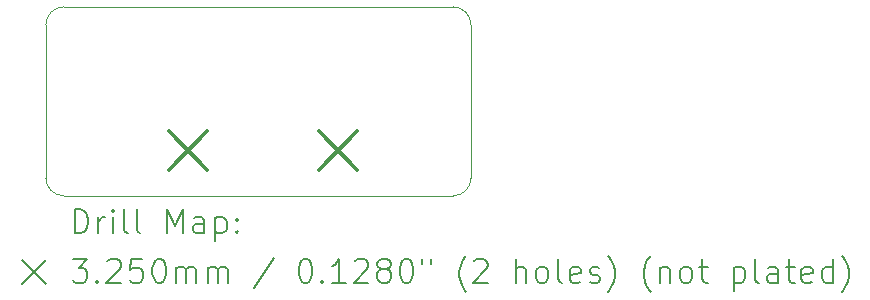
<source format=gbr>
%TF.GenerationSoftware,KiCad,Pcbnew,7.0.2-0*%
%TF.CreationDate,2023-08-07T23:17:59+03:00*%
%TF.ProjectId,RJ45_Module,524a3435-5f4d-46f6-9475-6c652e6b6963,1.0*%
%TF.SameCoordinates,Original*%
%TF.FileFunction,Drillmap*%
%TF.FilePolarity,Positive*%
%FSLAX45Y45*%
G04 Gerber Fmt 4.5, Leading zero omitted, Abs format (unit mm)*
G04 Created by KiCad (PCBNEW 7.0.2-0) date 2023-08-07 23:17:59*
%MOMM*%
%LPD*%
G01*
G04 APERTURE LIST*
%ADD10C,0.050000*%
%ADD11C,0.200000*%
%ADD12C,0.325000*%
G04 APERTURE END LIST*
D10*
X22518500Y-9179600D02*
X19223300Y-9179600D01*
X22518800Y-9179600D02*
G75*
G03*
X22671200Y-9027200I0J152400D01*
G01*
X19070900Y-9027200D02*
G75*
G03*
X19223300Y-9179600I152400J0D01*
G01*
X19070900Y-9027200D02*
X19070900Y-7732000D01*
X22671200Y-7732000D02*
X22671200Y-9027200D01*
X22671200Y-7732000D02*
G75*
G03*
X22518800Y-7579600I-152400J0D01*
G01*
X19223300Y-7579600D02*
G75*
G03*
X19070900Y-7732000I0J-152400D01*
G01*
X19223200Y-7579600D02*
X22518500Y-7579600D01*
D11*
D12*
X20109860Y-8633620D02*
X20434860Y-8958620D01*
X20434860Y-8633620D02*
X20109860Y-8958620D01*
X21379860Y-8633620D02*
X21704860Y-8958620D01*
X21704860Y-8633620D02*
X21379860Y-8958620D01*
D11*
X19316019Y-9494624D02*
X19316019Y-9294624D01*
X19316019Y-9294624D02*
X19363638Y-9294624D01*
X19363638Y-9294624D02*
X19392210Y-9304148D01*
X19392210Y-9304148D02*
X19411257Y-9323195D01*
X19411257Y-9323195D02*
X19420781Y-9342243D01*
X19420781Y-9342243D02*
X19430305Y-9380338D01*
X19430305Y-9380338D02*
X19430305Y-9408910D01*
X19430305Y-9408910D02*
X19420781Y-9447005D01*
X19420781Y-9447005D02*
X19411257Y-9466052D01*
X19411257Y-9466052D02*
X19392210Y-9485100D01*
X19392210Y-9485100D02*
X19363638Y-9494624D01*
X19363638Y-9494624D02*
X19316019Y-9494624D01*
X19516019Y-9494624D02*
X19516019Y-9361290D01*
X19516019Y-9399386D02*
X19525543Y-9380338D01*
X19525543Y-9380338D02*
X19535067Y-9370814D01*
X19535067Y-9370814D02*
X19554114Y-9361290D01*
X19554114Y-9361290D02*
X19573162Y-9361290D01*
X19639829Y-9494624D02*
X19639829Y-9361290D01*
X19639829Y-9294624D02*
X19630305Y-9304148D01*
X19630305Y-9304148D02*
X19639829Y-9313671D01*
X19639829Y-9313671D02*
X19649352Y-9304148D01*
X19649352Y-9304148D02*
X19639829Y-9294624D01*
X19639829Y-9294624D02*
X19639829Y-9313671D01*
X19763638Y-9494624D02*
X19744590Y-9485100D01*
X19744590Y-9485100D02*
X19735067Y-9466052D01*
X19735067Y-9466052D02*
X19735067Y-9294624D01*
X19868400Y-9494624D02*
X19849352Y-9485100D01*
X19849352Y-9485100D02*
X19839829Y-9466052D01*
X19839829Y-9466052D02*
X19839829Y-9294624D01*
X20096971Y-9494624D02*
X20096971Y-9294624D01*
X20096971Y-9294624D02*
X20163638Y-9437481D01*
X20163638Y-9437481D02*
X20230305Y-9294624D01*
X20230305Y-9294624D02*
X20230305Y-9494624D01*
X20411257Y-9494624D02*
X20411257Y-9389862D01*
X20411257Y-9389862D02*
X20401733Y-9370814D01*
X20401733Y-9370814D02*
X20382686Y-9361290D01*
X20382686Y-9361290D02*
X20344590Y-9361290D01*
X20344590Y-9361290D02*
X20325543Y-9370814D01*
X20411257Y-9485100D02*
X20392210Y-9494624D01*
X20392210Y-9494624D02*
X20344590Y-9494624D01*
X20344590Y-9494624D02*
X20325543Y-9485100D01*
X20325543Y-9485100D02*
X20316019Y-9466052D01*
X20316019Y-9466052D02*
X20316019Y-9447005D01*
X20316019Y-9447005D02*
X20325543Y-9427957D01*
X20325543Y-9427957D02*
X20344590Y-9418433D01*
X20344590Y-9418433D02*
X20392210Y-9418433D01*
X20392210Y-9418433D02*
X20411257Y-9408910D01*
X20506495Y-9361290D02*
X20506495Y-9561290D01*
X20506495Y-9370814D02*
X20525543Y-9361290D01*
X20525543Y-9361290D02*
X20563638Y-9361290D01*
X20563638Y-9361290D02*
X20582686Y-9370814D01*
X20582686Y-9370814D02*
X20592210Y-9380338D01*
X20592210Y-9380338D02*
X20601733Y-9399386D01*
X20601733Y-9399386D02*
X20601733Y-9456529D01*
X20601733Y-9456529D02*
X20592210Y-9475576D01*
X20592210Y-9475576D02*
X20582686Y-9485100D01*
X20582686Y-9485100D02*
X20563638Y-9494624D01*
X20563638Y-9494624D02*
X20525543Y-9494624D01*
X20525543Y-9494624D02*
X20506495Y-9485100D01*
X20687448Y-9475576D02*
X20696971Y-9485100D01*
X20696971Y-9485100D02*
X20687448Y-9494624D01*
X20687448Y-9494624D02*
X20677924Y-9485100D01*
X20677924Y-9485100D02*
X20687448Y-9475576D01*
X20687448Y-9475576D02*
X20687448Y-9494624D01*
X20687448Y-9370814D02*
X20696971Y-9380338D01*
X20696971Y-9380338D02*
X20687448Y-9389862D01*
X20687448Y-9389862D02*
X20677924Y-9380338D01*
X20677924Y-9380338D02*
X20687448Y-9370814D01*
X20687448Y-9370814D02*
X20687448Y-9389862D01*
X18868400Y-9722100D02*
X19068400Y-9922100D01*
X19068400Y-9722100D02*
X18868400Y-9922100D01*
X19296971Y-9714624D02*
X19420781Y-9714624D01*
X19420781Y-9714624D02*
X19354114Y-9790814D01*
X19354114Y-9790814D02*
X19382686Y-9790814D01*
X19382686Y-9790814D02*
X19401733Y-9800338D01*
X19401733Y-9800338D02*
X19411257Y-9809862D01*
X19411257Y-9809862D02*
X19420781Y-9828910D01*
X19420781Y-9828910D02*
X19420781Y-9876529D01*
X19420781Y-9876529D02*
X19411257Y-9895576D01*
X19411257Y-9895576D02*
X19401733Y-9905100D01*
X19401733Y-9905100D02*
X19382686Y-9914624D01*
X19382686Y-9914624D02*
X19325543Y-9914624D01*
X19325543Y-9914624D02*
X19306495Y-9905100D01*
X19306495Y-9905100D02*
X19296971Y-9895576D01*
X19506495Y-9895576D02*
X19516019Y-9905100D01*
X19516019Y-9905100D02*
X19506495Y-9914624D01*
X19506495Y-9914624D02*
X19496971Y-9905100D01*
X19496971Y-9905100D02*
X19506495Y-9895576D01*
X19506495Y-9895576D02*
X19506495Y-9914624D01*
X19592210Y-9733671D02*
X19601733Y-9724148D01*
X19601733Y-9724148D02*
X19620781Y-9714624D01*
X19620781Y-9714624D02*
X19668400Y-9714624D01*
X19668400Y-9714624D02*
X19687448Y-9724148D01*
X19687448Y-9724148D02*
X19696971Y-9733671D01*
X19696971Y-9733671D02*
X19706495Y-9752719D01*
X19706495Y-9752719D02*
X19706495Y-9771767D01*
X19706495Y-9771767D02*
X19696971Y-9800338D01*
X19696971Y-9800338D02*
X19582686Y-9914624D01*
X19582686Y-9914624D02*
X19706495Y-9914624D01*
X19887448Y-9714624D02*
X19792210Y-9714624D01*
X19792210Y-9714624D02*
X19782686Y-9809862D01*
X19782686Y-9809862D02*
X19792210Y-9800338D01*
X19792210Y-9800338D02*
X19811257Y-9790814D01*
X19811257Y-9790814D02*
X19858876Y-9790814D01*
X19858876Y-9790814D02*
X19877924Y-9800338D01*
X19877924Y-9800338D02*
X19887448Y-9809862D01*
X19887448Y-9809862D02*
X19896971Y-9828910D01*
X19896971Y-9828910D02*
X19896971Y-9876529D01*
X19896971Y-9876529D02*
X19887448Y-9895576D01*
X19887448Y-9895576D02*
X19877924Y-9905100D01*
X19877924Y-9905100D02*
X19858876Y-9914624D01*
X19858876Y-9914624D02*
X19811257Y-9914624D01*
X19811257Y-9914624D02*
X19792210Y-9905100D01*
X19792210Y-9905100D02*
X19782686Y-9895576D01*
X20020781Y-9714624D02*
X20039829Y-9714624D01*
X20039829Y-9714624D02*
X20058876Y-9724148D01*
X20058876Y-9724148D02*
X20068400Y-9733671D01*
X20068400Y-9733671D02*
X20077924Y-9752719D01*
X20077924Y-9752719D02*
X20087448Y-9790814D01*
X20087448Y-9790814D02*
X20087448Y-9838433D01*
X20087448Y-9838433D02*
X20077924Y-9876529D01*
X20077924Y-9876529D02*
X20068400Y-9895576D01*
X20068400Y-9895576D02*
X20058876Y-9905100D01*
X20058876Y-9905100D02*
X20039829Y-9914624D01*
X20039829Y-9914624D02*
X20020781Y-9914624D01*
X20020781Y-9914624D02*
X20001733Y-9905100D01*
X20001733Y-9905100D02*
X19992210Y-9895576D01*
X19992210Y-9895576D02*
X19982686Y-9876529D01*
X19982686Y-9876529D02*
X19973162Y-9838433D01*
X19973162Y-9838433D02*
X19973162Y-9790814D01*
X19973162Y-9790814D02*
X19982686Y-9752719D01*
X19982686Y-9752719D02*
X19992210Y-9733671D01*
X19992210Y-9733671D02*
X20001733Y-9724148D01*
X20001733Y-9724148D02*
X20020781Y-9714624D01*
X20173162Y-9914624D02*
X20173162Y-9781290D01*
X20173162Y-9800338D02*
X20182686Y-9790814D01*
X20182686Y-9790814D02*
X20201733Y-9781290D01*
X20201733Y-9781290D02*
X20230305Y-9781290D01*
X20230305Y-9781290D02*
X20249352Y-9790814D01*
X20249352Y-9790814D02*
X20258876Y-9809862D01*
X20258876Y-9809862D02*
X20258876Y-9914624D01*
X20258876Y-9809862D02*
X20268400Y-9790814D01*
X20268400Y-9790814D02*
X20287448Y-9781290D01*
X20287448Y-9781290D02*
X20316019Y-9781290D01*
X20316019Y-9781290D02*
X20335067Y-9790814D01*
X20335067Y-9790814D02*
X20344591Y-9809862D01*
X20344591Y-9809862D02*
X20344591Y-9914624D01*
X20439829Y-9914624D02*
X20439829Y-9781290D01*
X20439829Y-9800338D02*
X20449352Y-9790814D01*
X20449352Y-9790814D02*
X20468400Y-9781290D01*
X20468400Y-9781290D02*
X20496972Y-9781290D01*
X20496972Y-9781290D02*
X20516019Y-9790814D01*
X20516019Y-9790814D02*
X20525543Y-9809862D01*
X20525543Y-9809862D02*
X20525543Y-9914624D01*
X20525543Y-9809862D02*
X20535067Y-9790814D01*
X20535067Y-9790814D02*
X20554114Y-9781290D01*
X20554114Y-9781290D02*
X20582686Y-9781290D01*
X20582686Y-9781290D02*
X20601733Y-9790814D01*
X20601733Y-9790814D02*
X20611257Y-9809862D01*
X20611257Y-9809862D02*
X20611257Y-9914624D01*
X21001733Y-9705100D02*
X20830305Y-9962243D01*
X21258876Y-9714624D02*
X21277924Y-9714624D01*
X21277924Y-9714624D02*
X21296972Y-9724148D01*
X21296972Y-9724148D02*
X21306495Y-9733671D01*
X21306495Y-9733671D02*
X21316019Y-9752719D01*
X21316019Y-9752719D02*
X21325543Y-9790814D01*
X21325543Y-9790814D02*
X21325543Y-9838433D01*
X21325543Y-9838433D02*
X21316019Y-9876529D01*
X21316019Y-9876529D02*
X21306495Y-9895576D01*
X21306495Y-9895576D02*
X21296972Y-9905100D01*
X21296972Y-9905100D02*
X21277924Y-9914624D01*
X21277924Y-9914624D02*
X21258876Y-9914624D01*
X21258876Y-9914624D02*
X21239829Y-9905100D01*
X21239829Y-9905100D02*
X21230305Y-9895576D01*
X21230305Y-9895576D02*
X21220781Y-9876529D01*
X21220781Y-9876529D02*
X21211257Y-9838433D01*
X21211257Y-9838433D02*
X21211257Y-9790814D01*
X21211257Y-9790814D02*
X21220781Y-9752719D01*
X21220781Y-9752719D02*
X21230305Y-9733671D01*
X21230305Y-9733671D02*
X21239829Y-9724148D01*
X21239829Y-9724148D02*
X21258876Y-9714624D01*
X21411257Y-9895576D02*
X21420781Y-9905100D01*
X21420781Y-9905100D02*
X21411257Y-9914624D01*
X21411257Y-9914624D02*
X21401734Y-9905100D01*
X21401734Y-9905100D02*
X21411257Y-9895576D01*
X21411257Y-9895576D02*
X21411257Y-9914624D01*
X21611257Y-9914624D02*
X21496972Y-9914624D01*
X21554114Y-9914624D02*
X21554114Y-9714624D01*
X21554114Y-9714624D02*
X21535067Y-9743195D01*
X21535067Y-9743195D02*
X21516019Y-9762243D01*
X21516019Y-9762243D02*
X21496972Y-9771767D01*
X21687448Y-9733671D02*
X21696972Y-9724148D01*
X21696972Y-9724148D02*
X21716019Y-9714624D01*
X21716019Y-9714624D02*
X21763638Y-9714624D01*
X21763638Y-9714624D02*
X21782686Y-9724148D01*
X21782686Y-9724148D02*
X21792210Y-9733671D01*
X21792210Y-9733671D02*
X21801734Y-9752719D01*
X21801734Y-9752719D02*
X21801734Y-9771767D01*
X21801734Y-9771767D02*
X21792210Y-9800338D01*
X21792210Y-9800338D02*
X21677924Y-9914624D01*
X21677924Y-9914624D02*
X21801734Y-9914624D01*
X21916019Y-9800338D02*
X21896972Y-9790814D01*
X21896972Y-9790814D02*
X21887448Y-9781290D01*
X21887448Y-9781290D02*
X21877924Y-9762243D01*
X21877924Y-9762243D02*
X21877924Y-9752719D01*
X21877924Y-9752719D02*
X21887448Y-9733671D01*
X21887448Y-9733671D02*
X21896972Y-9724148D01*
X21896972Y-9724148D02*
X21916019Y-9714624D01*
X21916019Y-9714624D02*
X21954115Y-9714624D01*
X21954115Y-9714624D02*
X21973162Y-9724148D01*
X21973162Y-9724148D02*
X21982686Y-9733671D01*
X21982686Y-9733671D02*
X21992210Y-9752719D01*
X21992210Y-9752719D02*
X21992210Y-9762243D01*
X21992210Y-9762243D02*
X21982686Y-9781290D01*
X21982686Y-9781290D02*
X21973162Y-9790814D01*
X21973162Y-9790814D02*
X21954115Y-9800338D01*
X21954115Y-9800338D02*
X21916019Y-9800338D01*
X21916019Y-9800338D02*
X21896972Y-9809862D01*
X21896972Y-9809862D02*
X21887448Y-9819386D01*
X21887448Y-9819386D02*
X21877924Y-9838433D01*
X21877924Y-9838433D02*
X21877924Y-9876529D01*
X21877924Y-9876529D02*
X21887448Y-9895576D01*
X21887448Y-9895576D02*
X21896972Y-9905100D01*
X21896972Y-9905100D02*
X21916019Y-9914624D01*
X21916019Y-9914624D02*
X21954115Y-9914624D01*
X21954115Y-9914624D02*
X21973162Y-9905100D01*
X21973162Y-9905100D02*
X21982686Y-9895576D01*
X21982686Y-9895576D02*
X21992210Y-9876529D01*
X21992210Y-9876529D02*
X21992210Y-9838433D01*
X21992210Y-9838433D02*
X21982686Y-9819386D01*
X21982686Y-9819386D02*
X21973162Y-9809862D01*
X21973162Y-9809862D02*
X21954115Y-9800338D01*
X22116019Y-9714624D02*
X22135067Y-9714624D01*
X22135067Y-9714624D02*
X22154115Y-9724148D01*
X22154115Y-9724148D02*
X22163638Y-9733671D01*
X22163638Y-9733671D02*
X22173162Y-9752719D01*
X22173162Y-9752719D02*
X22182686Y-9790814D01*
X22182686Y-9790814D02*
X22182686Y-9838433D01*
X22182686Y-9838433D02*
X22173162Y-9876529D01*
X22173162Y-9876529D02*
X22163638Y-9895576D01*
X22163638Y-9895576D02*
X22154115Y-9905100D01*
X22154115Y-9905100D02*
X22135067Y-9914624D01*
X22135067Y-9914624D02*
X22116019Y-9914624D01*
X22116019Y-9914624D02*
X22096972Y-9905100D01*
X22096972Y-9905100D02*
X22087448Y-9895576D01*
X22087448Y-9895576D02*
X22077924Y-9876529D01*
X22077924Y-9876529D02*
X22068400Y-9838433D01*
X22068400Y-9838433D02*
X22068400Y-9790814D01*
X22068400Y-9790814D02*
X22077924Y-9752719D01*
X22077924Y-9752719D02*
X22087448Y-9733671D01*
X22087448Y-9733671D02*
X22096972Y-9724148D01*
X22096972Y-9724148D02*
X22116019Y-9714624D01*
X22258876Y-9714624D02*
X22258876Y-9752719D01*
X22335067Y-9714624D02*
X22335067Y-9752719D01*
X22630305Y-9990814D02*
X22620781Y-9981290D01*
X22620781Y-9981290D02*
X22601734Y-9952719D01*
X22601734Y-9952719D02*
X22592210Y-9933671D01*
X22592210Y-9933671D02*
X22582686Y-9905100D01*
X22582686Y-9905100D02*
X22573162Y-9857481D01*
X22573162Y-9857481D02*
X22573162Y-9819386D01*
X22573162Y-9819386D02*
X22582686Y-9771767D01*
X22582686Y-9771767D02*
X22592210Y-9743195D01*
X22592210Y-9743195D02*
X22601734Y-9724148D01*
X22601734Y-9724148D02*
X22620781Y-9695576D01*
X22620781Y-9695576D02*
X22630305Y-9686052D01*
X22696972Y-9733671D02*
X22706495Y-9724148D01*
X22706495Y-9724148D02*
X22725543Y-9714624D01*
X22725543Y-9714624D02*
X22773162Y-9714624D01*
X22773162Y-9714624D02*
X22792210Y-9724148D01*
X22792210Y-9724148D02*
X22801734Y-9733671D01*
X22801734Y-9733671D02*
X22811257Y-9752719D01*
X22811257Y-9752719D02*
X22811257Y-9771767D01*
X22811257Y-9771767D02*
X22801734Y-9800338D01*
X22801734Y-9800338D02*
X22687448Y-9914624D01*
X22687448Y-9914624D02*
X22811257Y-9914624D01*
X23049353Y-9914624D02*
X23049353Y-9714624D01*
X23135067Y-9914624D02*
X23135067Y-9809862D01*
X23135067Y-9809862D02*
X23125543Y-9790814D01*
X23125543Y-9790814D02*
X23106496Y-9781290D01*
X23106496Y-9781290D02*
X23077924Y-9781290D01*
X23077924Y-9781290D02*
X23058876Y-9790814D01*
X23058876Y-9790814D02*
X23049353Y-9800338D01*
X23258876Y-9914624D02*
X23239829Y-9905100D01*
X23239829Y-9905100D02*
X23230305Y-9895576D01*
X23230305Y-9895576D02*
X23220781Y-9876529D01*
X23220781Y-9876529D02*
X23220781Y-9819386D01*
X23220781Y-9819386D02*
X23230305Y-9800338D01*
X23230305Y-9800338D02*
X23239829Y-9790814D01*
X23239829Y-9790814D02*
X23258876Y-9781290D01*
X23258876Y-9781290D02*
X23287448Y-9781290D01*
X23287448Y-9781290D02*
X23306496Y-9790814D01*
X23306496Y-9790814D02*
X23316019Y-9800338D01*
X23316019Y-9800338D02*
X23325543Y-9819386D01*
X23325543Y-9819386D02*
X23325543Y-9876529D01*
X23325543Y-9876529D02*
X23316019Y-9895576D01*
X23316019Y-9895576D02*
X23306496Y-9905100D01*
X23306496Y-9905100D02*
X23287448Y-9914624D01*
X23287448Y-9914624D02*
X23258876Y-9914624D01*
X23439829Y-9914624D02*
X23420781Y-9905100D01*
X23420781Y-9905100D02*
X23411257Y-9886052D01*
X23411257Y-9886052D02*
X23411257Y-9714624D01*
X23592210Y-9905100D02*
X23573162Y-9914624D01*
X23573162Y-9914624D02*
X23535067Y-9914624D01*
X23535067Y-9914624D02*
X23516019Y-9905100D01*
X23516019Y-9905100D02*
X23506496Y-9886052D01*
X23506496Y-9886052D02*
X23506496Y-9809862D01*
X23506496Y-9809862D02*
X23516019Y-9790814D01*
X23516019Y-9790814D02*
X23535067Y-9781290D01*
X23535067Y-9781290D02*
X23573162Y-9781290D01*
X23573162Y-9781290D02*
X23592210Y-9790814D01*
X23592210Y-9790814D02*
X23601734Y-9809862D01*
X23601734Y-9809862D02*
X23601734Y-9828910D01*
X23601734Y-9828910D02*
X23506496Y-9847957D01*
X23677924Y-9905100D02*
X23696972Y-9914624D01*
X23696972Y-9914624D02*
X23735067Y-9914624D01*
X23735067Y-9914624D02*
X23754115Y-9905100D01*
X23754115Y-9905100D02*
X23763638Y-9886052D01*
X23763638Y-9886052D02*
X23763638Y-9876529D01*
X23763638Y-9876529D02*
X23754115Y-9857481D01*
X23754115Y-9857481D02*
X23735067Y-9847957D01*
X23735067Y-9847957D02*
X23706496Y-9847957D01*
X23706496Y-9847957D02*
X23687448Y-9838433D01*
X23687448Y-9838433D02*
X23677924Y-9819386D01*
X23677924Y-9819386D02*
X23677924Y-9809862D01*
X23677924Y-9809862D02*
X23687448Y-9790814D01*
X23687448Y-9790814D02*
X23706496Y-9781290D01*
X23706496Y-9781290D02*
X23735067Y-9781290D01*
X23735067Y-9781290D02*
X23754115Y-9790814D01*
X23830305Y-9990814D02*
X23839829Y-9981290D01*
X23839829Y-9981290D02*
X23858877Y-9952719D01*
X23858877Y-9952719D02*
X23868400Y-9933671D01*
X23868400Y-9933671D02*
X23877924Y-9905100D01*
X23877924Y-9905100D02*
X23887448Y-9857481D01*
X23887448Y-9857481D02*
X23887448Y-9819386D01*
X23887448Y-9819386D02*
X23877924Y-9771767D01*
X23877924Y-9771767D02*
X23868400Y-9743195D01*
X23868400Y-9743195D02*
X23858877Y-9724148D01*
X23858877Y-9724148D02*
X23839829Y-9695576D01*
X23839829Y-9695576D02*
X23830305Y-9686052D01*
X24192210Y-9990814D02*
X24182686Y-9981290D01*
X24182686Y-9981290D02*
X24163638Y-9952719D01*
X24163638Y-9952719D02*
X24154115Y-9933671D01*
X24154115Y-9933671D02*
X24144591Y-9905100D01*
X24144591Y-9905100D02*
X24135067Y-9857481D01*
X24135067Y-9857481D02*
X24135067Y-9819386D01*
X24135067Y-9819386D02*
X24144591Y-9771767D01*
X24144591Y-9771767D02*
X24154115Y-9743195D01*
X24154115Y-9743195D02*
X24163638Y-9724148D01*
X24163638Y-9724148D02*
X24182686Y-9695576D01*
X24182686Y-9695576D02*
X24192210Y-9686052D01*
X24268400Y-9781290D02*
X24268400Y-9914624D01*
X24268400Y-9800338D02*
X24277924Y-9790814D01*
X24277924Y-9790814D02*
X24296972Y-9781290D01*
X24296972Y-9781290D02*
X24325543Y-9781290D01*
X24325543Y-9781290D02*
X24344591Y-9790814D01*
X24344591Y-9790814D02*
X24354115Y-9809862D01*
X24354115Y-9809862D02*
X24354115Y-9914624D01*
X24477924Y-9914624D02*
X24458877Y-9905100D01*
X24458877Y-9905100D02*
X24449353Y-9895576D01*
X24449353Y-9895576D02*
X24439829Y-9876529D01*
X24439829Y-9876529D02*
X24439829Y-9819386D01*
X24439829Y-9819386D02*
X24449353Y-9800338D01*
X24449353Y-9800338D02*
X24458877Y-9790814D01*
X24458877Y-9790814D02*
X24477924Y-9781290D01*
X24477924Y-9781290D02*
X24506496Y-9781290D01*
X24506496Y-9781290D02*
X24525543Y-9790814D01*
X24525543Y-9790814D02*
X24535067Y-9800338D01*
X24535067Y-9800338D02*
X24544591Y-9819386D01*
X24544591Y-9819386D02*
X24544591Y-9876529D01*
X24544591Y-9876529D02*
X24535067Y-9895576D01*
X24535067Y-9895576D02*
X24525543Y-9905100D01*
X24525543Y-9905100D02*
X24506496Y-9914624D01*
X24506496Y-9914624D02*
X24477924Y-9914624D01*
X24601734Y-9781290D02*
X24677924Y-9781290D01*
X24630305Y-9714624D02*
X24630305Y-9886052D01*
X24630305Y-9886052D02*
X24639829Y-9905100D01*
X24639829Y-9905100D02*
X24658877Y-9914624D01*
X24658877Y-9914624D02*
X24677924Y-9914624D01*
X24896972Y-9781290D02*
X24896972Y-9981290D01*
X24896972Y-9790814D02*
X24916019Y-9781290D01*
X24916019Y-9781290D02*
X24954115Y-9781290D01*
X24954115Y-9781290D02*
X24973162Y-9790814D01*
X24973162Y-9790814D02*
X24982686Y-9800338D01*
X24982686Y-9800338D02*
X24992210Y-9819386D01*
X24992210Y-9819386D02*
X24992210Y-9876529D01*
X24992210Y-9876529D02*
X24982686Y-9895576D01*
X24982686Y-9895576D02*
X24973162Y-9905100D01*
X24973162Y-9905100D02*
X24954115Y-9914624D01*
X24954115Y-9914624D02*
X24916019Y-9914624D01*
X24916019Y-9914624D02*
X24896972Y-9905100D01*
X25106496Y-9914624D02*
X25087448Y-9905100D01*
X25087448Y-9905100D02*
X25077924Y-9886052D01*
X25077924Y-9886052D02*
X25077924Y-9714624D01*
X25268400Y-9914624D02*
X25268400Y-9809862D01*
X25268400Y-9809862D02*
X25258877Y-9790814D01*
X25258877Y-9790814D02*
X25239829Y-9781290D01*
X25239829Y-9781290D02*
X25201734Y-9781290D01*
X25201734Y-9781290D02*
X25182686Y-9790814D01*
X25268400Y-9905100D02*
X25249353Y-9914624D01*
X25249353Y-9914624D02*
X25201734Y-9914624D01*
X25201734Y-9914624D02*
X25182686Y-9905100D01*
X25182686Y-9905100D02*
X25173162Y-9886052D01*
X25173162Y-9886052D02*
X25173162Y-9867005D01*
X25173162Y-9867005D02*
X25182686Y-9847957D01*
X25182686Y-9847957D02*
X25201734Y-9838433D01*
X25201734Y-9838433D02*
X25249353Y-9838433D01*
X25249353Y-9838433D02*
X25268400Y-9828910D01*
X25335067Y-9781290D02*
X25411258Y-9781290D01*
X25363639Y-9714624D02*
X25363639Y-9886052D01*
X25363639Y-9886052D02*
X25373162Y-9905100D01*
X25373162Y-9905100D02*
X25392210Y-9914624D01*
X25392210Y-9914624D02*
X25411258Y-9914624D01*
X25554115Y-9905100D02*
X25535067Y-9914624D01*
X25535067Y-9914624D02*
X25496972Y-9914624D01*
X25496972Y-9914624D02*
X25477924Y-9905100D01*
X25477924Y-9905100D02*
X25468400Y-9886052D01*
X25468400Y-9886052D02*
X25468400Y-9809862D01*
X25468400Y-9809862D02*
X25477924Y-9790814D01*
X25477924Y-9790814D02*
X25496972Y-9781290D01*
X25496972Y-9781290D02*
X25535067Y-9781290D01*
X25535067Y-9781290D02*
X25554115Y-9790814D01*
X25554115Y-9790814D02*
X25563639Y-9809862D01*
X25563639Y-9809862D02*
X25563639Y-9828910D01*
X25563639Y-9828910D02*
X25468400Y-9847957D01*
X25735067Y-9914624D02*
X25735067Y-9714624D01*
X25735067Y-9905100D02*
X25716020Y-9914624D01*
X25716020Y-9914624D02*
X25677924Y-9914624D01*
X25677924Y-9914624D02*
X25658877Y-9905100D01*
X25658877Y-9905100D02*
X25649353Y-9895576D01*
X25649353Y-9895576D02*
X25639829Y-9876529D01*
X25639829Y-9876529D02*
X25639829Y-9819386D01*
X25639829Y-9819386D02*
X25649353Y-9800338D01*
X25649353Y-9800338D02*
X25658877Y-9790814D01*
X25658877Y-9790814D02*
X25677924Y-9781290D01*
X25677924Y-9781290D02*
X25716020Y-9781290D01*
X25716020Y-9781290D02*
X25735067Y-9790814D01*
X25811258Y-9990814D02*
X25820781Y-9981290D01*
X25820781Y-9981290D02*
X25839829Y-9952719D01*
X25839829Y-9952719D02*
X25849353Y-9933671D01*
X25849353Y-9933671D02*
X25858877Y-9905100D01*
X25858877Y-9905100D02*
X25868400Y-9857481D01*
X25868400Y-9857481D02*
X25868400Y-9819386D01*
X25868400Y-9819386D02*
X25858877Y-9771767D01*
X25858877Y-9771767D02*
X25849353Y-9743195D01*
X25849353Y-9743195D02*
X25839829Y-9724148D01*
X25839829Y-9724148D02*
X25820781Y-9695576D01*
X25820781Y-9695576D02*
X25811258Y-9686052D01*
M02*

</source>
